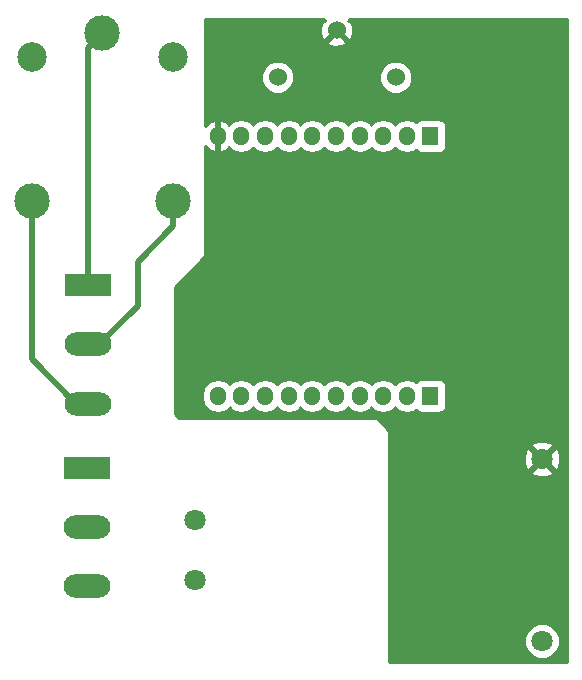
<source format=gbr>
G04 #@! TF.GenerationSoftware,KiCad,Pcbnew,no-vcs-found-7664~57~ubuntu16.10.1*
G04 #@! TF.CreationDate,2017-02-19T10:59:36+01:00*
G04 #@! TF.ProjectId,relayboard,72656C6179626F6172642E6B69636164,rev?*
G04 #@! TF.FileFunction,Copper,L1,Top,Signal*
G04 #@! TF.FilePolarity,Positive*
%FSLAX46Y46*%
G04 Gerber Fmt 4.6, Leading zero omitted, Abs format (unit mm)*
G04 Created by KiCad (PCBNEW no-vcs-found-7664~57~ubuntu16.10.1) date Sun Feb 19 10:59:36 2017*
%MOMM*%
%LPD*%
G01*
G04 APERTURE LIST*
%ADD10C,0.100000*%
%ADD11C,1.800000*%
%ADD12C,1.524000*%
%ADD13R,3.960000X1.980000*%
%ADD14O,3.960000X1.980000*%
%ADD15O,1.360000X1.600000*%
%ADD16R,1.360000X1.600000*%
%ADD17C,2.500000*%
%ADD18C,3.000000*%
%ADD19C,0.800000*%
%ADD20C,0.500000*%
%ADD21C,0.254000*%
G04 APERTURE END LIST*
D10*
D11*
X113063520Y-101534600D03*
X113063520Y-106534600D03*
X142463520Y-96334600D03*
X142463520Y-111734600D03*
D12*
X130075960Y-64018160D03*
X120075960Y-64018160D03*
X125075960Y-60018160D03*
D13*
X103952040Y-97099120D03*
D14*
X103952040Y-102099120D03*
X103952040Y-107099120D03*
D13*
X104007920Y-81633040D03*
D14*
X104007920Y-86633040D03*
X104007920Y-91633040D03*
D15*
X115021320Y-90984600D03*
X117021320Y-90984600D03*
X119021320Y-90984600D03*
X121021320Y-90984600D03*
X123021320Y-90984600D03*
X125021320Y-90984600D03*
X127021320Y-90984600D03*
X129021320Y-90984600D03*
X131021320Y-90984600D03*
D16*
X133021320Y-90984600D03*
X133021320Y-68984600D03*
D15*
X131021320Y-68984600D03*
X129021320Y-68984600D03*
X127021320Y-68984600D03*
X125021320Y-68984600D03*
X123021320Y-68984600D03*
X121021320Y-68984600D03*
X119021320Y-68984600D03*
X117021320Y-68984600D03*
X115021320Y-68984600D03*
D17*
X99253920Y-62288920D03*
D18*
X99253920Y-74488920D03*
X111253920Y-74488920D03*
D17*
X111253920Y-62288920D03*
D18*
X105253920Y-60288920D03*
D19*
X137231120Y-85836760D03*
X114269520Y-80604360D03*
X113903760Y-88935560D03*
X133045200Y-98739960D03*
D20*
X99253920Y-74488920D02*
X99253920Y-87869040D01*
X99253920Y-87869040D02*
X103017920Y-91633040D01*
X103017920Y-91633040D02*
X104007920Y-91633040D01*
X108249720Y-79614440D02*
X108249720Y-83381240D01*
X108249720Y-83381240D02*
X104997920Y-86633040D01*
X104997920Y-86633040D02*
X104007920Y-86633040D01*
X111253920Y-74488920D02*
X111253920Y-76610240D01*
X111253920Y-76610240D02*
X108249720Y-79614440D01*
X104007920Y-81633040D02*
X104007920Y-61534920D01*
X104007920Y-61534920D02*
X105253920Y-60288920D01*
D21*
G36*
X123980734Y-59102542D02*
X124095745Y-59217553D01*
X123853563Y-59287017D01*
X123666816Y-59810462D01*
X123694598Y-60365528D01*
X123853563Y-60749303D01*
X124095747Y-60818768D01*
X124896355Y-60018160D01*
X124882213Y-60004018D01*
X125061818Y-59824413D01*
X125075960Y-59838555D01*
X125090103Y-59824413D01*
X125269708Y-60004018D01*
X125255565Y-60018160D01*
X126056173Y-60818768D01*
X126298357Y-60749303D01*
X126485104Y-60225858D01*
X126457322Y-59670792D01*
X126298357Y-59287017D01*
X126056175Y-59217553D01*
X126171186Y-59102542D01*
X126133804Y-59065160D01*
X144571720Y-59065160D01*
X144571720Y-113540000D01*
X129489200Y-113540000D01*
X129489200Y-112038591D01*
X140928255Y-112038591D01*
X141161452Y-112602971D01*
X141592877Y-113035151D01*
X142156850Y-113269333D01*
X142767511Y-113269865D01*
X143331891Y-113036668D01*
X143764071Y-112605243D01*
X143998253Y-112041270D01*
X143998785Y-111430609D01*
X143765588Y-110866229D01*
X143334163Y-110434049D01*
X142770190Y-110199867D01*
X142159529Y-110199335D01*
X141595149Y-110432532D01*
X141162969Y-110863957D01*
X140928787Y-111427930D01*
X140928255Y-112038591D01*
X129489200Y-112038591D01*
X129489200Y-97414759D01*
X141562966Y-97414759D01*
X141649372Y-97671243D01*
X142222856Y-97881058D01*
X142832980Y-97855439D01*
X143277668Y-97671243D01*
X143364074Y-97414759D01*
X142463520Y-96514205D01*
X141562966Y-97414759D01*
X129489200Y-97414759D01*
X129489200Y-96093936D01*
X140917062Y-96093936D01*
X140942681Y-96704060D01*
X141126877Y-97148748D01*
X141383361Y-97235154D01*
X142283915Y-96334600D01*
X142643125Y-96334600D01*
X143543679Y-97235154D01*
X143800163Y-97148748D01*
X144009978Y-96575264D01*
X143984359Y-95965140D01*
X143800163Y-95520452D01*
X143543679Y-95434046D01*
X142643125Y-96334600D01*
X142283915Y-96334600D01*
X141383361Y-95434046D01*
X141126877Y-95520452D01*
X140917062Y-96093936D01*
X129489200Y-96093936D01*
X129489200Y-95254441D01*
X141562966Y-95254441D01*
X142463520Y-96154995D01*
X143364074Y-95254441D01*
X143277668Y-94997957D01*
X142704184Y-94788142D01*
X142094060Y-94813761D01*
X141649372Y-94997957D01*
X141562966Y-95254441D01*
X129489200Y-95254441D01*
X129489200Y-93949520D01*
X129479533Y-93900919D01*
X129452003Y-93859717D01*
X128481723Y-92889437D01*
X128440521Y-92861907D01*
X128391920Y-92852240D01*
X111705926Y-92852240D01*
X111368840Y-92515154D01*
X111368840Y-90836487D01*
X113706320Y-90836487D01*
X113706320Y-91132713D01*
X113806418Y-91635942D01*
X114091475Y-92062558D01*
X114518091Y-92347615D01*
X115021320Y-92447713D01*
X115524549Y-92347615D01*
X115951165Y-92062558D01*
X116021320Y-91957564D01*
X116091475Y-92062558D01*
X116518091Y-92347615D01*
X117021320Y-92447713D01*
X117524549Y-92347615D01*
X117951165Y-92062558D01*
X118021320Y-91957564D01*
X118091475Y-92062558D01*
X118518091Y-92347615D01*
X119021320Y-92447713D01*
X119524549Y-92347615D01*
X119951165Y-92062558D01*
X120021320Y-91957564D01*
X120091475Y-92062558D01*
X120518091Y-92347615D01*
X121021320Y-92447713D01*
X121524549Y-92347615D01*
X121951165Y-92062558D01*
X122021320Y-91957564D01*
X122091475Y-92062558D01*
X122518091Y-92347615D01*
X123021320Y-92447713D01*
X123524549Y-92347615D01*
X123951165Y-92062558D01*
X124021320Y-91957564D01*
X124091475Y-92062558D01*
X124518091Y-92347615D01*
X125021320Y-92447713D01*
X125524549Y-92347615D01*
X125951165Y-92062558D01*
X126021320Y-91957564D01*
X126091475Y-92062558D01*
X126518091Y-92347615D01*
X127021320Y-92447713D01*
X127524549Y-92347615D01*
X127951165Y-92062558D01*
X128021320Y-91957564D01*
X128091475Y-92062558D01*
X128518091Y-92347615D01*
X129021320Y-92447713D01*
X129524549Y-92347615D01*
X129951165Y-92062558D01*
X130021320Y-91957564D01*
X130091475Y-92062558D01*
X130518091Y-92347615D01*
X131021320Y-92447713D01*
X131524549Y-92347615D01*
X131821312Y-92149323D01*
X131883511Y-92242409D01*
X132093555Y-92382757D01*
X132341320Y-92432040D01*
X133701320Y-92432040D01*
X133949085Y-92382757D01*
X134159129Y-92242409D01*
X134299477Y-92032365D01*
X134348760Y-91784600D01*
X134348760Y-90184600D01*
X134299477Y-89936835D01*
X134159129Y-89726791D01*
X133949085Y-89586443D01*
X133701320Y-89537160D01*
X132341320Y-89537160D01*
X132093555Y-89586443D01*
X131883511Y-89726791D01*
X131821312Y-89819877D01*
X131524549Y-89621585D01*
X131021320Y-89521487D01*
X130518091Y-89621585D01*
X130091475Y-89906642D01*
X130021320Y-90011636D01*
X129951165Y-89906642D01*
X129524549Y-89621585D01*
X129021320Y-89521487D01*
X128518091Y-89621585D01*
X128091475Y-89906642D01*
X128021320Y-90011636D01*
X127951165Y-89906642D01*
X127524549Y-89621585D01*
X127021320Y-89521487D01*
X126518091Y-89621585D01*
X126091475Y-89906642D01*
X126021320Y-90011636D01*
X125951165Y-89906642D01*
X125524549Y-89621585D01*
X125021320Y-89521487D01*
X124518091Y-89621585D01*
X124091475Y-89906642D01*
X124021320Y-90011636D01*
X123951165Y-89906642D01*
X123524549Y-89621585D01*
X123021320Y-89521487D01*
X122518091Y-89621585D01*
X122091475Y-89906642D01*
X122021320Y-90011636D01*
X121951165Y-89906642D01*
X121524549Y-89621585D01*
X121021320Y-89521487D01*
X120518091Y-89621585D01*
X120091475Y-89906642D01*
X120021320Y-90011636D01*
X119951165Y-89906642D01*
X119524549Y-89621585D01*
X119021320Y-89521487D01*
X118518091Y-89621585D01*
X118091475Y-89906642D01*
X118021320Y-90011636D01*
X117951165Y-89906642D01*
X117524549Y-89621585D01*
X117021320Y-89521487D01*
X116518091Y-89621585D01*
X116091475Y-89906642D01*
X116021320Y-90011636D01*
X115951165Y-89906642D01*
X115524549Y-89621585D01*
X115021320Y-89521487D01*
X114518091Y-89621585D01*
X114091475Y-89906642D01*
X113806418Y-90333258D01*
X113706320Y-90836487D01*
X111368840Y-90836487D01*
X111368840Y-81744086D01*
X113886883Y-79226043D01*
X113914413Y-79184841D01*
X113924080Y-79136240D01*
X113924080Y-69818924D01*
X114254244Y-70172299D01*
X114691134Y-70377472D01*
X114894320Y-70253854D01*
X114894320Y-69111600D01*
X114874320Y-69111600D01*
X114874320Y-68857600D01*
X114894320Y-68857600D01*
X114894320Y-67715346D01*
X115148320Y-67715346D01*
X115148320Y-68857600D01*
X115168320Y-68857600D01*
X115168320Y-69111600D01*
X115148320Y-69111600D01*
X115148320Y-70253854D01*
X115351506Y-70377472D01*
X115788396Y-70172299D01*
X116007855Y-69937412D01*
X116091475Y-70062558D01*
X116518091Y-70347615D01*
X117021320Y-70447713D01*
X117524549Y-70347615D01*
X117951165Y-70062558D01*
X118021320Y-69957564D01*
X118091475Y-70062558D01*
X118518091Y-70347615D01*
X119021320Y-70447713D01*
X119524549Y-70347615D01*
X119951165Y-70062558D01*
X120021320Y-69957564D01*
X120091475Y-70062558D01*
X120518091Y-70347615D01*
X121021320Y-70447713D01*
X121524549Y-70347615D01*
X121951165Y-70062558D01*
X122021320Y-69957564D01*
X122091475Y-70062558D01*
X122518091Y-70347615D01*
X123021320Y-70447713D01*
X123524549Y-70347615D01*
X123951165Y-70062558D01*
X124021320Y-69957564D01*
X124091475Y-70062558D01*
X124518091Y-70347615D01*
X125021320Y-70447713D01*
X125524549Y-70347615D01*
X125951165Y-70062558D01*
X126021320Y-69957564D01*
X126091475Y-70062558D01*
X126518091Y-70347615D01*
X127021320Y-70447713D01*
X127524549Y-70347615D01*
X127951165Y-70062558D01*
X128021320Y-69957564D01*
X128091475Y-70062558D01*
X128518091Y-70347615D01*
X129021320Y-70447713D01*
X129524549Y-70347615D01*
X129951165Y-70062558D01*
X130021320Y-69957564D01*
X130091475Y-70062558D01*
X130518091Y-70347615D01*
X131021320Y-70447713D01*
X131524549Y-70347615D01*
X131821312Y-70149323D01*
X131883511Y-70242409D01*
X132093555Y-70382757D01*
X132341320Y-70432040D01*
X133701320Y-70432040D01*
X133949085Y-70382757D01*
X134159129Y-70242409D01*
X134299477Y-70032365D01*
X134348760Y-69784600D01*
X134348760Y-68184600D01*
X134299477Y-67936835D01*
X134159129Y-67726791D01*
X133949085Y-67586443D01*
X133701320Y-67537160D01*
X132341320Y-67537160D01*
X132093555Y-67586443D01*
X131883511Y-67726791D01*
X131821312Y-67819877D01*
X131524549Y-67621585D01*
X131021320Y-67521487D01*
X130518091Y-67621585D01*
X130091475Y-67906642D01*
X130021320Y-68011636D01*
X129951165Y-67906642D01*
X129524549Y-67621585D01*
X129021320Y-67521487D01*
X128518091Y-67621585D01*
X128091475Y-67906642D01*
X128021320Y-68011636D01*
X127951165Y-67906642D01*
X127524549Y-67621585D01*
X127021320Y-67521487D01*
X126518091Y-67621585D01*
X126091475Y-67906642D01*
X126021320Y-68011636D01*
X125951165Y-67906642D01*
X125524549Y-67621585D01*
X125021320Y-67521487D01*
X124518091Y-67621585D01*
X124091475Y-67906642D01*
X124021320Y-68011636D01*
X123951165Y-67906642D01*
X123524549Y-67621585D01*
X123021320Y-67521487D01*
X122518091Y-67621585D01*
X122091475Y-67906642D01*
X122021320Y-68011636D01*
X121951165Y-67906642D01*
X121524549Y-67621585D01*
X121021320Y-67521487D01*
X120518091Y-67621585D01*
X120091475Y-67906642D01*
X120021320Y-68011636D01*
X119951165Y-67906642D01*
X119524549Y-67621585D01*
X119021320Y-67521487D01*
X118518091Y-67621585D01*
X118091475Y-67906642D01*
X118021320Y-68011636D01*
X117951165Y-67906642D01*
X117524549Y-67621585D01*
X117021320Y-67521487D01*
X116518091Y-67621585D01*
X116091475Y-67906642D01*
X116007855Y-68031788D01*
X115788396Y-67796901D01*
X115351506Y-67591728D01*
X115148320Y-67715346D01*
X114894320Y-67715346D01*
X114691134Y-67591728D01*
X114254244Y-67796901D01*
X113924080Y-68150276D01*
X113924080Y-64294821D01*
X118678718Y-64294821D01*
X118890950Y-64808463D01*
X119283590Y-65201789D01*
X119796860Y-65414917D01*
X120352621Y-65415402D01*
X120866263Y-65203170D01*
X121259589Y-64810530D01*
X121472717Y-64297260D01*
X121472719Y-64294821D01*
X128678718Y-64294821D01*
X128890950Y-64808463D01*
X129283590Y-65201789D01*
X129796860Y-65414917D01*
X130352621Y-65415402D01*
X130866263Y-65203170D01*
X131259589Y-64810530D01*
X131472717Y-64297260D01*
X131473202Y-63741499D01*
X131260970Y-63227857D01*
X130868330Y-62834531D01*
X130355060Y-62621403D01*
X129799299Y-62620918D01*
X129285657Y-62833150D01*
X128892331Y-63225790D01*
X128679203Y-63739060D01*
X128678718Y-64294821D01*
X121472719Y-64294821D01*
X121473202Y-63741499D01*
X121260970Y-63227857D01*
X120868330Y-62834531D01*
X120355060Y-62621403D01*
X119799299Y-62620918D01*
X119285657Y-62833150D01*
X118892331Y-63225790D01*
X118679203Y-63739060D01*
X118678718Y-64294821D01*
X113924080Y-64294821D01*
X113924080Y-60998373D01*
X124275352Y-60998373D01*
X124344817Y-61240557D01*
X124868262Y-61427304D01*
X125423328Y-61399522D01*
X125807103Y-61240557D01*
X125876568Y-60998373D01*
X125075960Y-60197765D01*
X124275352Y-60998373D01*
X113924080Y-60998373D01*
X113924080Y-59065160D01*
X124018116Y-59065160D01*
X123980734Y-59102542D01*
X123980734Y-59102542D01*
G37*
X123980734Y-59102542D02*
X124095745Y-59217553D01*
X123853563Y-59287017D01*
X123666816Y-59810462D01*
X123694598Y-60365528D01*
X123853563Y-60749303D01*
X124095747Y-60818768D01*
X124896355Y-60018160D01*
X124882213Y-60004018D01*
X125061818Y-59824413D01*
X125075960Y-59838555D01*
X125090103Y-59824413D01*
X125269708Y-60004018D01*
X125255565Y-60018160D01*
X126056173Y-60818768D01*
X126298357Y-60749303D01*
X126485104Y-60225858D01*
X126457322Y-59670792D01*
X126298357Y-59287017D01*
X126056175Y-59217553D01*
X126171186Y-59102542D01*
X126133804Y-59065160D01*
X144571720Y-59065160D01*
X144571720Y-113540000D01*
X129489200Y-113540000D01*
X129489200Y-112038591D01*
X140928255Y-112038591D01*
X141161452Y-112602971D01*
X141592877Y-113035151D01*
X142156850Y-113269333D01*
X142767511Y-113269865D01*
X143331891Y-113036668D01*
X143764071Y-112605243D01*
X143998253Y-112041270D01*
X143998785Y-111430609D01*
X143765588Y-110866229D01*
X143334163Y-110434049D01*
X142770190Y-110199867D01*
X142159529Y-110199335D01*
X141595149Y-110432532D01*
X141162969Y-110863957D01*
X140928787Y-111427930D01*
X140928255Y-112038591D01*
X129489200Y-112038591D01*
X129489200Y-97414759D01*
X141562966Y-97414759D01*
X141649372Y-97671243D01*
X142222856Y-97881058D01*
X142832980Y-97855439D01*
X143277668Y-97671243D01*
X143364074Y-97414759D01*
X142463520Y-96514205D01*
X141562966Y-97414759D01*
X129489200Y-97414759D01*
X129489200Y-96093936D01*
X140917062Y-96093936D01*
X140942681Y-96704060D01*
X141126877Y-97148748D01*
X141383361Y-97235154D01*
X142283915Y-96334600D01*
X142643125Y-96334600D01*
X143543679Y-97235154D01*
X143800163Y-97148748D01*
X144009978Y-96575264D01*
X143984359Y-95965140D01*
X143800163Y-95520452D01*
X143543679Y-95434046D01*
X142643125Y-96334600D01*
X142283915Y-96334600D01*
X141383361Y-95434046D01*
X141126877Y-95520452D01*
X140917062Y-96093936D01*
X129489200Y-96093936D01*
X129489200Y-95254441D01*
X141562966Y-95254441D01*
X142463520Y-96154995D01*
X143364074Y-95254441D01*
X143277668Y-94997957D01*
X142704184Y-94788142D01*
X142094060Y-94813761D01*
X141649372Y-94997957D01*
X141562966Y-95254441D01*
X129489200Y-95254441D01*
X129489200Y-93949520D01*
X129479533Y-93900919D01*
X129452003Y-93859717D01*
X128481723Y-92889437D01*
X128440521Y-92861907D01*
X128391920Y-92852240D01*
X111705926Y-92852240D01*
X111368840Y-92515154D01*
X111368840Y-90836487D01*
X113706320Y-90836487D01*
X113706320Y-91132713D01*
X113806418Y-91635942D01*
X114091475Y-92062558D01*
X114518091Y-92347615D01*
X115021320Y-92447713D01*
X115524549Y-92347615D01*
X115951165Y-92062558D01*
X116021320Y-91957564D01*
X116091475Y-92062558D01*
X116518091Y-92347615D01*
X117021320Y-92447713D01*
X117524549Y-92347615D01*
X117951165Y-92062558D01*
X118021320Y-91957564D01*
X118091475Y-92062558D01*
X118518091Y-92347615D01*
X119021320Y-92447713D01*
X119524549Y-92347615D01*
X119951165Y-92062558D01*
X120021320Y-91957564D01*
X120091475Y-92062558D01*
X120518091Y-92347615D01*
X121021320Y-92447713D01*
X121524549Y-92347615D01*
X121951165Y-92062558D01*
X122021320Y-91957564D01*
X122091475Y-92062558D01*
X122518091Y-92347615D01*
X123021320Y-92447713D01*
X123524549Y-92347615D01*
X123951165Y-92062558D01*
X124021320Y-91957564D01*
X124091475Y-92062558D01*
X124518091Y-92347615D01*
X125021320Y-92447713D01*
X125524549Y-92347615D01*
X125951165Y-92062558D01*
X126021320Y-91957564D01*
X126091475Y-92062558D01*
X126518091Y-92347615D01*
X127021320Y-92447713D01*
X127524549Y-92347615D01*
X127951165Y-92062558D01*
X128021320Y-91957564D01*
X128091475Y-92062558D01*
X128518091Y-92347615D01*
X129021320Y-92447713D01*
X129524549Y-92347615D01*
X129951165Y-92062558D01*
X130021320Y-91957564D01*
X130091475Y-92062558D01*
X130518091Y-92347615D01*
X131021320Y-92447713D01*
X131524549Y-92347615D01*
X131821312Y-92149323D01*
X131883511Y-92242409D01*
X132093555Y-92382757D01*
X132341320Y-92432040D01*
X133701320Y-92432040D01*
X133949085Y-92382757D01*
X134159129Y-92242409D01*
X134299477Y-92032365D01*
X134348760Y-91784600D01*
X134348760Y-90184600D01*
X134299477Y-89936835D01*
X134159129Y-89726791D01*
X133949085Y-89586443D01*
X133701320Y-89537160D01*
X132341320Y-89537160D01*
X132093555Y-89586443D01*
X131883511Y-89726791D01*
X131821312Y-89819877D01*
X131524549Y-89621585D01*
X131021320Y-89521487D01*
X130518091Y-89621585D01*
X130091475Y-89906642D01*
X130021320Y-90011636D01*
X129951165Y-89906642D01*
X129524549Y-89621585D01*
X129021320Y-89521487D01*
X128518091Y-89621585D01*
X128091475Y-89906642D01*
X128021320Y-90011636D01*
X127951165Y-89906642D01*
X127524549Y-89621585D01*
X127021320Y-89521487D01*
X126518091Y-89621585D01*
X126091475Y-89906642D01*
X126021320Y-90011636D01*
X125951165Y-89906642D01*
X125524549Y-89621585D01*
X125021320Y-89521487D01*
X124518091Y-89621585D01*
X124091475Y-89906642D01*
X124021320Y-90011636D01*
X123951165Y-89906642D01*
X123524549Y-89621585D01*
X123021320Y-89521487D01*
X122518091Y-89621585D01*
X122091475Y-89906642D01*
X122021320Y-90011636D01*
X121951165Y-89906642D01*
X121524549Y-89621585D01*
X121021320Y-89521487D01*
X120518091Y-89621585D01*
X120091475Y-89906642D01*
X120021320Y-90011636D01*
X119951165Y-89906642D01*
X119524549Y-89621585D01*
X119021320Y-89521487D01*
X118518091Y-89621585D01*
X118091475Y-89906642D01*
X118021320Y-90011636D01*
X117951165Y-89906642D01*
X117524549Y-89621585D01*
X117021320Y-89521487D01*
X116518091Y-89621585D01*
X116091475Y-89906642D01*
X116021320Y-90011636D01*
X115951165Y-89906642D01*
X115524549Y-89621585D01*
X115021320Y-89521487D01*
X114518091Y-89621585D01*
X114091475Y-89906642D01*
X113806418Y-90333258D01*
X113706320Y-90836487D01*
X111368840Y-90836487D01*
X111368840Y-81744086D01*
X113886883Y-79226043D01*
X113914413Y-79184841D01*
X113924080Y-79136240D01*
X113924080Y-69818924D01*
X114254244Y-70172299D01*
X114691134Y-70377472D01*
X114894320Y-70253854D01*
X114894320Y-69111600D01*
X114874320Y-69111600D01*
X114874320Y-68857600D01*
X114894320Y-68857600D01*
X114894320Y-67715346D01*
X115148320Y-67715346D01*
X115148320Y-68857600D01*
X115168320Y-68857600D01*
X115168320Y-69111600D01*
X115148320Y-69111600D01*
X115148320Y-70253854D01*
X115351506Y-70377472D01*
X115788396Y-70172299D01*
X116007855Y-69937412D01*
X116091475Y-70062558D01*
X116518091Y-70347615D01*
X117021320Y-70447713D01*
X117524549Y-70347615D01*
X117951165Y-70062558D01*
X118021320Y-69957564D01*
X118091475Y-70062558D01*
X118518091Y-70347615D01*
X119021320Y-70447713D01*
X119524549Y-70347615D01*
X119951165Y-70062558D01*
X120021320Y-69957564D01*
X120091475Y-70062558D01*
X120518091Y-70347615D01*
X121021320Y-70447713D01*
X121524549Y-70347615D01*
X121951165Y-70062558D01*
X122021320Y-69957564D01*
X122091475Y-70062558D01*
X122518091Y-70347615D01*
X123021320Y-70447713D01*
X123524549Y-70347615D01*
X123951165Y-70062558D01*
X124021320Y-69957564D01*
X124091475Y-70062558D01*
X124518091Y-70347615D01*
X125021320Y-70447713D01*
X125524549Y-70347615D01*
X125951165Y-70062558D01*
X126021320Y-69957564D01*
X126091475Y-70062558D01*
X126518091Y-70347615D01*
X127021320Y-70447713D01*
X127524549Y-70347615D01*
X127951165Y-70062558D01*
X128021320Y-69957564D01*
X128091475Y-70062558D01*
X128518091Y-70347615D01*
X129021320Y-70447713D01*
X129524549Y-70347615D01*
X129951165Y-70062558D01*
X130021320Y-69957564D01*
X130091475Y-70062558D01*
X130518091Y-70347615D01*
X131021320Y-70447713D01*
X131524549Y-70347615D01*
X131821312Y-70149323D01*
X131883511Y-70242409D01*
X132093555Y-70382757D01*
X132341320Y-70432040D01*
X133701320Y-70432040D01*
X133949085Y-70382757D01*
X134159129Y-70242409D01*
X134299477Y-70032365D01*
X134348760Y-69784600D01*
X134348760Y-68184600D01*
X134299477Y-67936835D01*
X134159129Y-67726791D01*
X133949085Y-67586443D01*
X133701320Y-67537160D01*
X132341320Y-67537160D01*
X132093555Y-67586443D01*
X131883511Y-67726791D01*
X131821312Y-67819877D01*
X131524549Y-67621585D01*
X131021320Y-67521487D01*
X130518091Y-67621585D01*
X130091475Y-67906642D01*
X130021320Y-68011636D01*
X129951165Y-67906642D01*
X129524549Y-67621585D01*
X129021320Y-67521487D01*
X128518091Y-67621585D01*
X128091475Y-67906642D01*
X128021320Y-68011636D01*
X127951165Y-67906642D01*
X127524549Y-67621585D01*
X127021320Y-67521487D01*
X126518091Y-67621585D01*
X126091475Y-67906642D01*
X126021320Y-68011636D01*
X125951165Y-67906642D01*
X125524549Y-67621585D01*
X125021320Y-67521487D01*
X124518091Y-67621585D01*
X124091475Y-67906642D01*
X124021320Y-68011636D01*
X123951165Y-67906642D01*
X123524549Y-67621585D01*
X123021320Y-67521487D01*
X122518091Y-67621585D01*
X122091475Y-67906642D01*
X122021320Y-68011636D01*
X121951165Y-67906642D01*
X121524549Y-67621585D01*
X121021320Y-67521487D01*
X120518091Y-67621585D01*
X120091475Y-67906642D01*
X120021320Y-68011636D01*
X119951165Y-67906642D01*
X119524549Y-67621585D01*
X119021320Y-67521487D01*
X118518091Y-67621585D01*
X118091475Y-67906642D01*
X118021320Y-68011636D01*
X117951165Y-67906642D01*
X117524549Y-67621585D01*
X117021320Y-67521487D01*
X116518091Y-67621585D01*
X116091475Y-67906642D01*
X116007855Y-68031788D01*
X115788396Y-67796901D01*
X115351506Y-67591728D01*
X115148320Y-67715346D01*
X114894320Y-67715346D01*
X114691134Y-67591728D01*
X114254244Y-67796901D01*
X113924080Y-68150276D01*
X113924080Y-64294821D01*
X118678718Y-64294821D01*
X118890950Y-64808463D01*
X119283590Y-65201789D01*
X119796860Y-65414917D01*
X120352621Y-65415402D01*
X120866263Y-65203170D01*
X121259589Y-64810530D01*
X121472717Y-64297260D01*
X121472719Y-64294821D01*
X128678718Y-64294821D01*
X128890950Y-64808463D01*
X129283590Y-65201789D01*
X129796860Y-65414917D01*
X130352621Y-65415402D01*
X130866263Y-65203170D01*
X131259589Y-64810530D01*
X131472717Y-64297260D01*
X131473202Y-63741499D01*
X131260970Y-63227857D01*
X130868330Y-62834531D01*
X130355060Y-62621403D01*
X129799299Y-62620918D01*
X129285657Y-62833150D01*
X128892331Y-63225790D01*
X128679203Y-63739060D01*
X128678718Y-64294821D01*
X121472719Y-64294821D01*
X121473202Y-63741499D01*
X121260970Y-63227857D01*
X120868330Y-62834531D01*
X120355060Y-62621403D01*
X119799299Y-62620918D01*
X119285657Y-62833150D01*
X118892331Y-63225790D01*
X118679203Y-63739060D01*
X118678718Y-64294821D01*
X113924080Y-64294821D01*
X113924080Y-60998373D01*
X124275352Y-60998373D01*
X124344817Y-61240557D01*
X124868262Y-61427304D01*
X125423328Y-61399522D01*
X125807103Y-61240557D01*
X125876568Y-60998373D01*
X125075960Y-60197765D01*
X124275352Y-60998373D01*
X113924080Y-60998373D01*
X113924080Y-59065160D01*
X124018116Y-59065160D01*
X123980734Y-59102542D01*
M02*

</source>
